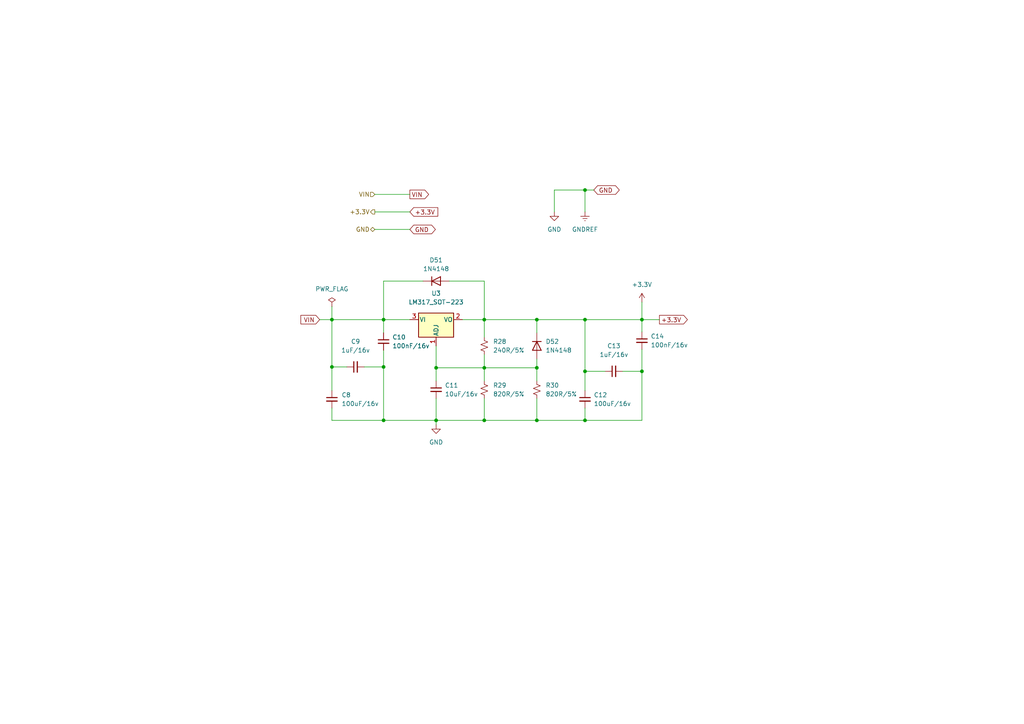
<source format=kicad_sch>
(kicad_sch (version 20211123) (generator eeschema)
  (paper "A4")
  (lib_symbols
    (symbol "Device:C_Small" (pin_numbers hide) (pin_names (offset 0.254) hide)
      (property "Reference" "C" (at 0.254 1.778 0))
      (property "Value" "C_Small" (at 0.254 -2.032 0))
      (symbol "C_Small_0_1"
        (polyline (pts (xy -1.524 -0.508) (xy 1.524 -0.508)) (stroke (width 0.3302)))
        (polyline (pts (xy -1.524 0.508) (xy 1.524 0.508)) (stroke (width 0.3048)))
      )
      (symbol "C_Small_1_1"
        (pin passive line (at 0 2.54 270) (length 2.032) (name "~") (number "1"))
        (pin passive line (at 0 -2.54 90) (length 2.032) (name "~") (number "2"))
      )
    )
    (symbol "Device:R_Small_US" (pin_numbers hide) (pin_names (offset 0.254) hide)
      (property "Reference" "R" (at 0.762 0.508 0))
      (property "Value" "R_Small_US" (at 0.762 -1.016 0))
      (symbol "R_Small_US_1_1"
        (polyline (pts (xy 0 0) (xy 1.016 -0.381) (xy 0 -0.762) (xy -1.016 -1.143) (xy 0 -1.524)))
        (polyline (pts (xy 0 1.524) (xy 1.016 1.143) (xy 0 0.762) (xy -1.016 0.381) (xy 0 0)))
        (pin passive line (at 0 2.54 270) (length 1.016) (name "~") (number "1"))
        (pin passive line (at 0 -2.54 90) (length 1.016) (name "~") (number "2"))
      )
    )
    (symbol "Diode:1SS355VM" (pin_numbers hide) (pin_names (offset 1.016) hide)
      (property "Reference" "D" (at 0 2.54 0))
      (property "Value" "1SS355VM" (at 0 -2.54 0))
      (symbol "1SS355VM_0_1"
        (polyline (pts (xy -1.27 1.27) (xy -1.27 -1.27)) (stroke (width 0.254)))
        (polyline (pts (xy 1.27 0) (xy -1.27 0)))
        (polyline (pts (xy 1.27 1.27) (xy 1.27 -1.27) (xy -1.27 0) (xy 1.27 1.27)) (stroke (width 0.254)))
      )
      (symbol "1SS355VM_1_1"
        (pin passive line (at -3.81 0 0) (length 2.54) (name "K") (number "1"))
        (pin passive line (at 3.81 0 180) (length 2.54) (name "A") (number "2"))
      )
    )
    (symbol "Regulator_Linear:LM317_SOT-223" (pin_names (offset 0.254))
      (property "Reference" "U" (at -3.81 3.175 0))
      (property "Value" "LM317_SOT-223" (at 0 3.175 0))
      (symbol "LM317_SOT-223_0_1"
        (rectangle (start -5.08 1.905) (end 5.08 -5.08) (stroke (width 0.254)) (fill (type background)))
      )
      (symbol "LM317_SOT-223_1_1"
        (pin input line (at 0 -7.62 90) (length 2.54) (name "ADJ") (number "1"))
        (pin power_out line (at 7.62 0 180) (length 2.54) (name "VO") (number "2"))
        (pin power_in line (at -7.62 0 0) (length 2.54) (name "VI") (number "3"))
      )
    )
    (symbol "power:+3.3V" (power) (pin_names (offset 0))
      (property "Value" "+3.3V" (at 0 3.556 0))
      (symbol "+3.3V_0_1"
        (polyline (pts (xy -0.762 1.27) (xy 0 2.54)))
        (polyline (pts (xy 0 0) (xy 0 2.54)))
        (polyline (pts (xy 0 2.54) (xy 0.762 1.27)))
      )
      (symbol "+3.3V_1_1"
        (pin power_in line (at 0 0 90) (length 0) hide (name "+3.3V") (number "1"))
      )
    )
    (symbol "power:GND" (power) (pin_names (offset 0))
      (property "Value" "GND" (at 0 -3.81 0))
      (symbol "GND_0_1"
        (polyline (pts (xy 0 0) (xy 0 -1.27) (xy 1.27 -1.27) (xy 0 -2.54) (xy -1.27 -1.27) (xy 0 -1.27)))
      )
      (symbol "GND_1_1"
        (pin power_in line (at 0 0 270) (length 0) hide (name "GND") (number "1"))
      )
    )
    (symbol "power:GNDREF" (power) (pin_names (offset 0))
      (property "Value" "GNDREF" (at 0 -3.81 0))
      (symbol "GNDREF_0_1"
        (polyline (pts (xy -0.635 -1.905) (xy 0.635 -1.905)))
        (polyline (pts (xy -0.127 -2.54) (xy 0.127 -2.54)))
        (polyline (pts (xy 0 -1.27) (xy 0 0)))
        (polyline (pts (xy 1.27 -1.27) (xy -1.27 -1.27)))
      )
      (symbol "GNDREF_1_1"
        (pin power_in line (at 0 0 270) (length 0) hide (name "GNDREF") (number "1"))
      )
    )
    (symbol "power:PWR_FLAG" (power) (pin_numbers hide) (pin_names (offset 0) hide)
      (property "Value" "PWR_FLAG" (at 0 3.81 0))
      (symbol "PWR_FLAG_0_0"
        (pin power_out line (at 0 0 90) (length 0) (name "pwr") (number "1"))
      )
      (symbol "PWR_FLAG_0_1"
        (polyline (pts (xy 0 0) (xy 0 1.27) (xy -1.016 1.905) (xy 0 2.54) (xy 1.016 1.905) (xy 0 1.27)))
      )
    )
  )
  (junction (at 140.462 121.92))
  (junction (at 111.252 121.92))
  (junction (at 96.266 106.426))
  (junction (at 155.702 121.92))
  (junction (at 111.252 92.71))
  (junction (at 169.672 55.118))
  (junction (at 169.672 107.696))
  (junction (at 186.182 107.696))
  (junction (at 126.492 121.92))
  (junction (at 169.672 121.92))
  (junction (at 155.702 106.68))
  (junction (at 96.266 92.71))
  (junction (at 111.252 106.426))
  (junction (at 169.672 92.71))
  (junction (at 126.492 106.68))
  (junction (at 155.702 92.71))
  (junction (at 186.182 92.71))
  (junction (at 140.462 106.68))
  (junction (at 140.462 92.71))
  (wire (pts (xy 186.182 121.92) (xy 186.182 107.696)))
  (wire (pts (xy 126.492 121.92) (xy 140.462 121.92)))
  (wire (pts (xy 111.252 121.92) (xy 126.492 121.92)))
  (wire (pts (xy 108.712 66.548) (xy 118.872 66.548)))
  (wire (pts (xy 111.252 101.6) (xy 111.252 106.426)))
  (wire (pts (xy 169.672 107.696) (xy 175.514 107.696)))
  (wire (pts (xy 140.462 115.57) (xy 140.462 121.92)))
  (wire (pts (xy 169.672 107.696) (xy 169.672 113.284)))
  (wire (pts (xy 172.212 55.118) (xy 169.672 55.118)))
  (wire (pts (xy 140.462 92.71) (xy 140.462 97.79)))
  (wire (pts (xy 155.702 106.68) (xy 140.462 106.68)))
  (wire (pts (xy 96.266 106.426) (xy 96.266 113.284)))
  (wire (pts (xy 155.702 110.49) (xy 155.702 106.68)))
  (wire (pts (xy 186.182 96.266) (xy 186.182 92.71)))
  (wire (pts (xy 111.252 81.534) (xy 111.252 92.71)))
  (wire (pts (xy 155.702 92.71) (xy 155.702 96.52)))
  (wire (pts (xy 155.702 104.14) (xy 155.702 106.68)))
  (wire (pts (xy 96.266 88.9) (xy 96.266 92.71)))
  (wire (pts (xy 92.71 92.71) (xy 96.266 92.71)))
  (wire (pts (xy 155.702 92.71) (xy 169.672 92.71)))
  (wire (pts (xy 169.672 121.92) (xy 186.182 121.92)))
  (wire (pts (xy 140.462 102.87) (xy 140.462 106.68)))
  (wire (pts (xy 108.712 56.388) (xy 118.872 56.388)))
  (wire (pts (xy 96.266 92.71) (xy 111.252 92.71)))
  (wire (pts (xy 140.462 92.71) (xy 155.702 92.71)))
  (wire (pts (xy 96.266 118.364) (xy 96.266 121.92)))
  (wire (pts (xy 160.782 61.468) (xy 160.782 55.118)))
  (wire (pts (xy 169.672 118.364) (xy 169.672 121.92)))
  (wire (pts (xy 155.702 121.92) (xy 169.672 121.92)))
  (wire (pts (xy 96.266 121.92) (xy 111.252 121.92)))
  (wire (pts (xy 126.492 121.92) (xy 126.492 123.19)))
  (wire (pts (xy 111.252 106.426) (xy 111.252 121.92)))
  (wire (pts (xy 105.664 106.426) (xy 111.252 106.426)))
  (wire (pts (xy 126.492 115.57) (xy 126.492 121.92)))
  (wire (pts (xy 96.266 106.426) (xy 100.584 106.426)))
  (wire (pts (xy 160.782 55.118) (xy 169.672 55.118)))
  (wire (pts (xy 155.702 115.57) (xy 155.702 121.92)))
  (wire (pts (xy 111.252 92.71) (xy 111.252 96.52)))
  (wire (pts (xy 96.266 92.71) (xy 96.266 106.426)))
  (wire (pts (xy 186.182 107.696) (xy 186.182 101.346)))
  (wire (pts (xy 111.252 92.71) (xy 118.872 92.71)))
  (wire (pts (xy 169.672 92.71) (xy 169.672 107.696)))
  (wire (pts (xy 169.672 92.71) (xy 186.182 92.71)))
  (wire (pts (xy 140.462 121.92) (xy 155.702 121.92)))
  (wire (pts (xy 186.182 92.71) (xy 191.262 92.71)))
  (wire (pts (xy 186.182 87.63) (xy 186.182 92.71)))
  (wire (pts (xy 126.492 100.33) (xy 126.492 106.68)))
  (wire (pts (xy 108.712 61.468) (xy 118.872 61.468)))
  (wire (pts (xy 126.492 106.68) (xy 126.492 110.49)))
  (wire (pts (xy 140.462 81.534) (xy 140.462 92.71)))
  (wire (pts (xy 130.302 81.534) (xy 140.462 81.534)))
  (wire (pts (xy 169.672 55.118) (xy 169.672 61.468)))
  (wire (pts (xy 180.594 107.696) (xy 186.182 107.696)))
  (wire (pts (xy 122.682 81.534) (xy 111.252 81.534)))
  (wire (pts (xy 134.112 92.71) (xy 140.462 92.71)))
  (wire (pts (xy 126.492 106.68) (xy 140.462 106.68)))
  (wire (pts (xy 140.462 106.68) (xy 140.462 110.49)))
  (global_label "GND" (shape bidirectional) (at 118.872 66.548 0) (property "插入圖紙頁參考" "${INTERSHEET_REFS}" (effects hide)))
  (global_label "+3.3V" (shape output) (at 191.262 92.71 0) (property "插入圖紙頁參考" "${INTERSHEET_REFS}" (effects hide)))
  (global_label "VIN" (shape input) (at 92.71 92.71 180) (property "插入圖紙頁參考" "${INTERSHEET_REFS}" (effects hide)))
  (global_label "+3.3V" (shape input) (at 118.872 61.468 0) (property "插入圖紙頁參考" "${INTERSHEET_REFS}" (effects hide)))
  (global_label "GND" (shape bidirectional) (at 172.212 55.118 0) (property "插入圖紙頁參考" "${INTERSHEET_REFS}" (effects hide)))
  (global_label "VIN" (shape output) (at 118.872 56.388 0) (property "插入圖紙頁參考" "${INTERSHEET_REFS}" (effects hide)))
  (hierarchical_label "+3.3V" (shape output) (at 108.712 61.468 180))
  (hierarchical_label "VIN" (shape input) (at 108.712 56.388 180))
  (hierarchical_label "GND" (shape bidirectional) (at 108.712 66.548 180))
  (symbol (lib_id "power:GND") (at 160.782 61.468 0) (unit 1)
    (property "Reference" "#PWR022" (effects hide))
    (property "Value" "GND" (at 160.782 66.548 0))
  )
  (symbol (lib_id "Device:C_Small") (at 178.054 107.696 90) (unit 1)
    (property "Reference" "C13" (at 178.0603 100.33 90))
    (property "Value" "1uF/16v" (at 178.0603 102.87 90))
    (property "Footprint" "Capacitor_SMD:C_0603_1608Metric" (effects hide))
  )
  (symbol (lib_id "Diode:1SS355VM") (at 155.702 100.33 270) (unit 1)
    (property "Reference" "D52" (at 158.242 99.0599 90) (effects (justify left)))
    (property "Value" "1N4148" (at 158.242 101.5999 90) (effects (justify left)))
    (property "Footprint" "Diode_SMD:D_0805_2012Metric" (effects hide))
    (property "Datasheet" "https://fscdn.rohm.com/en/products/databook/datasheet/discrete/diode/switching/1ss355vmte-17-e.pdf" (effects hide))
  )
  (symbol (lib_id "power:GND") (at 126.492 123.19 0) (unit 1)
    (property "Reference" "#PWR021" (effects hide))
    (property "Value" "GND" (at 126.492 128.27 0))
  )
  (symbol (lib_id "Device:R_Small_US") (at 140.462 113.03 0) (unit 1)
    (property "Reference" "R29" (at 143.002 111.7599 0) (effects (justify left)))
    (property "Value" "820R/5%" (at 143.002 114.2999 0) (effects (justify left)))
    (property "Footprint" "Resistor_SMD:R_0603_1608Metric" (effects hide))
  )
  (symbol (lib_id "Device:C_Small") (at 126.492 113.03 0) (unit 1)
    (property "Reference" "C11" (at 129.032 111.7662 0) (effects (justify left)))
    (property "Value" "10uF/16v" (at 129.032 114.3062 0) (effects (justify left)))
    (property "Footprint" "Capacitor_SMD:C_0805_2012Metric" (effects hide))
  )
  (symbol (lib_id "Device:R_Small_US") (at 140.462 100.33 0) (unit 1)
    (property "Reference" "R28" (at 143.002 99.0599 0) (effects (justify left)))
    (property "Value" "240R/5%" (at 143.002 101.5999 0) (effects (justify left)))
    (property "Footprint" "Resistor_SMD:R_0603_1608Metric" (effects hide))
  )
  (symbol (lib_id "Diode:1SS355VM") (at 126.492 81.534 0) (unit 1)
    (property "Reference" "D51" (at 126.492 75.438 0))
    (property "Value" "1N4148" (at 126.492 77.978 0))
    (property "Footprint" "Diode_SMD:D_0805_2012Metric" (effects hide))
    (property "Datasheet" "https://fscdn.rohm.com/en/products/databook/datasheet/discrete/diode/switching/1ss355vmte-17-e.pdf" (effects hide))
  )
  (symbol (lib_id "power:+3.3V") (at 186.182 87.63 0) (unit 1)
    (property "Reference" "#PWR024" (effects hide))
    (property "Value" "+3.3V" (at 186.182 82.55 0))
  )
  (symbol (lib_id "power:PWR_FLAG") (at 96.266 88.9 0) (unit 1)
    (property "Reference" "#FLG02" (effects hide))
    (property "Value" "PWR_FLAG" (at 96.266 83.82 0))
  )
  (symbol (lib_id "Device:C_Small") (at 186.182 98.806 0) (unit 1)
    (property "Reference" "C14" (at 188.722 97.5422 0) (effects (justify left)))
    (property "Value" "100nF/16v" (at 188.722 100.0822 0) (effects (justify left)))
    (property "Footprint" "Capacitor_SMD:C_0603_1608Metric" (effects hide))
  )
  (symbol (lib_id "Device:C_Small") (at 169.672 115.824 0) (unit 1)
    (property "Reference" "C12" (at 172.212 114.5602 0) (effects (justify left)))
    (property "Value" "100uF/16v" (at 172.212 117.1002 0) (effects (justify left)))
    (property "Footprint" "Capacitor_SMD:C_1206_3216Metric" (effects hide))
  )
  (symbol (lib_id "Regulator_Linear:LM317_SOT-223") (at 126.492 92.71 0) (unit 1)
    (property "Reference" "U3" (at 126.492 85.09 0))
    (property "Value" "LM317_SOT-223" (at 126.492 87.63 0))
    (property "Footprint" "Package_TO_SOT_SMD:SOT-223-3_TabPin2" (effects hide))
    (property "Datasheet" "http://www.ti.com/lit/ds/symlink/lm317.pdf" (effects hide))
  )
  (symbol (lib_id "power:GNDREF") (at 169.672 61.468 0) (unit 1)
    (property "Reference" "#PWR023" (effects hide))
    (property "Value" "GNDREF" (at 169.672 66.548 0))
  )
  (symbol (lib_id "Device:R_Small_US") (at 155.702 113.03 0) (unit 1)
    (property "Reference" "R30" (at 158.242 111.7599 0) (effects (justify left)))
    (property "Value" "820R/5%" (at 158.242 114.2999 0) (effects (justify left)))
    (property "Footprint" "Resistor_SMD:R_0603_1608Metric" (effects hide))
  )
  (symbol (lib_id "Device:C_Small") (at 96.266 115.824 0) (unit 1)
    (property "Reference" "C8" (at 99.06 114.5602 0) (effects (justify left)))
    (property "Value" "100uF/16v" (at 99.06 117.1002 0) (effects (justify left)))
    (property "Footprint" "Capacitor_SMD:C_1206_3216Metric" (effects hide))
  )
  (symbol (lib_id "Device:C_Small") (at 103.124 106.426 90) (unit 1)
    (property "Reference" "C9" (at 103.1303 99.06 90))
    (property "Value" "1uF/16v" (at 103.1303 101.6 90))
    (property "Footprint" "Capacitor_SMD:C_0603_1608Metric" (effects hide))
  )
  (symbol (lib_id "Device:C_Small") (at 111.252 99.06 0) (unit 1)
    (property "Reference" "C10" (at 113.792 97.7962 0) (effects (justify left)))
    (property "Value" "100nF/16v" (at 113.792 100.3362 0) (effects (justify left)))
    (property "Footprint" "Capacitor_SMD:C_0603_1608Metric" (effects hide))
  )
)
</source>
